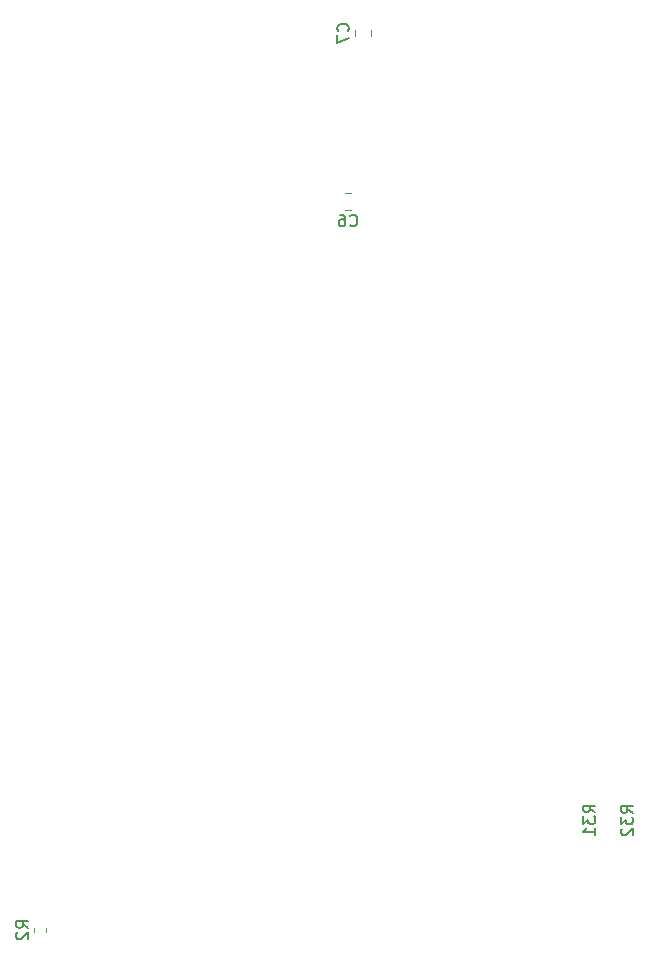
<source format=gbr>
G04 #@! TF.GenerationSoftware,KiCad,Pcbnew,5.1.6-c6e7f7d~87~ubuntu20.04.1*
G04 #@! TF.CreationDate,2020-12-28T10:08:45+02:00*
G04 #@! TF.ProjectId,LED_test_V1.2,4c45445f-7465-4737-945f-56312e322e6b,rev?*
G04 #@! TF.SameCoordinates,Original*
G04 #@! TF.FileFunction,Legend,Bot*
G04 #@! TF.FilePolarity,Positive*
%FSLAX46Y46*%
G04 Gerber Fmt 4.6, Leading zero omitted, Abs format (unit mm)*
G04 Created by KiCad (PCBNEW 5.1.6-c6e7f7d~87~ubuntu20.04.1) date 2020-12-28 10:08:45*
%MOMM*%
%LPD*%
G01*
G04 APERTURE LIST*
%ADD10C,0.120000*%
%ADD11C,0.150000*%
G04 APERTURE END LIST*
D10*
X163763748Y-76415000D02*
X164286252Y-76415000D01*
X163763748Y-77835000D02*
X164286252Y-77835000D01*
X166010000Y-62588748D02*
X166010000Y-63111252D01*
X164590000Y-62588748D02*
X164590000Y-63111252D01*
X137412000Y-138625733D02*
X137412000Y-138968267D01*
X138432000Y-138625733D02*
X138432000Y-138968267D01*
D11*
X188158380Y-128897142D02*
X187682190Y-128563809D01*
X188158380Y-128325714D02*
X187158380Y-128325714D01*
X187158380Y-128706666D01*
X187206000Y-128801904D01*
X187253619Y-128849523D01*
X187348857Y-128897142D01*
X187491714Y-128897142D01*
X187586952Y-128849523D01*
X187634571Y-128801904D01*
X187682190Y-128706666D01*
X187682190Y-128325714D01*
X187158380Y-129230476D02*
X187158380Y-129849523D01*
X187539333Y-129516190D01*
X187539333Y-129659047D01*
X187586952Y-129754285D01*
X187634571Y-129801904D01*
X187729809Y-129849523D01*
X187967904Y-129849523D01*
X188063142Y-129801904D01*
X188110761Y-129754285D01*
X188158380Y-129659047D01*
X188158380Y-129373333D01*
X188110761Y-129278095D01*
X188063142Y-129230476D01*
X187253619Y-130230476D02*
X187206000Y-130278095D01*
X187158380Y-130373333D01*
X187158380Y-130611428D01*
X187206000Y-130706666D01*
X187253619Y-130754285D01*
X187348857Y-130801904D01*
X187444095Y-130801904D01*
X187586952Y-130754285D01*
X188158380Y-130182857D01*
X188158380Y-130801904D01*
X184952380Y-128857142D02*
X184476190Y-128523809D01*
X184952380Y-128285714D02*
X183952380Y-128285714D01*
X183952380Y-128666666D01*
X184000000Y-128761904D01*
X184047619Y-128809523D01*
X184142857Y-128857142D01*
X184285714Y-128857142D01*
X184380952Y-128809523D01*
X184428571Y-128761904D01*
X184476190Y-128666666D01*
X184476190Y-128285714D01*
X183952380Y-129190476D02*
X183952380Y-129809523D01*
X184333333Y-129476190D01*
X184333333Y-129619047D01*
X184380952Y-129714285D01*
X184428571Y-129761904D01*
X184523809Y-129809523D01*
X184761904Y-129809523D01*
X184857142Y-129761904D01*
X184904761Y-129714285D01*
X184952380Y-129619047D01*
X184952380Y-129333333D01*
X184904761Y-129238095D01*
X184857142Y-129190476D01*
X184952380Y-130761904D02*
X184952380Y-130190476D01*
X184952380Y-130476190D02*
X183952380Y-130476190D01*
X184095238Y-130380952D01*
X184190476Y-130285714D01*
X184238095Y-130190476D01*
X164191666Y-79132142D02*
X164239285Y-79179761D01*
X164382142Y-79227380D01*
X164477380Y-79227380D01*
X164620238Y-79179761D01*
X164715476Y-79084523D01*
X164763095Y-78989285D01*
X164810714Y-78798809D01*
X164810714Y-78655952D01*
X164763095Y-78465476D01*
X164715476Y-78370238D01*
X164620238Y-78275000D01*
X164477380Y-78227380D01*
X164382142Y-78227380D01*
X164239285Y-78275000D01*
X164191666Y-78322619D01*
X163334523Y-78227380D02*
X163525000Y-78227380D01*
X163620238Y-78275000D01*
X163667857Y-78322619D01*
X163763095Y-78465476D01*
X163810714Y-78655952D01*
X163810714Y-79036904D01*
X163763095Y-79132142D01*
X163715476Y-79179761D01*
X163620238Y-79227380D01*
X163429761Y-79227380D01*
X163334523Y-79179761D01*
X163286904Y-79132142D01*
X163239285Y-79036904D01*
X163239285Y-78798809D01*
X163286904Y-78703571D01*
X163334523Y-78655952D01*
X163429761Y-78608333D01*
X163620238Y-78608333D01*
X163715476Y-78655952D01*
X163763095Y-78703571D01*
X163810714Y-78798809D01*
X164007142Y-62683333D02*
X164054761Y-62635714D01*
X164102380Y-62492857D01*
X164102380Y-62397619D01*
X164054761Y-62254761D01*
X163959523Y-62159523D01*
X163864285Y-62111904D01*
X163673809Y-62064285D01*
X163530952Y-62064285D01*
X163340476Y-62111904D01*
X163245238Y-62159523D01*
X163150000Y-62254761D01*
X163102380Y-62397619D01*
X163102380Y-62492857D01*
X163150000Y-62635714D01*
X163197619Y-62683333D01*
X163102380Y-63016666D02*
X163102380Y-63683333D01*
X164102380Y-63254761D01*
X136944380Y-138630333D02*
X136468190Y-138297000D01*
X136944380Y-138058904D02*
X135944380Y-138058904D01*
X135944380Y-138439857D01*
X135992000Y-138535095D01*
X136039619Y-138582714D01*
X136134857Y-138630333D01*
X136277714Y-138630333D01*
X136372952Y-138582714D01*
X136420571Y-138535095D01*
X136468190Y-138439857D01*
X136468190Y-138058904D01*
X136039619Y-139011285D02*
X135992000Y-139058904D01*
X135944380Y-139154142D01*
X135944380Y-139392238D01*
X135992000Y-139487476D01*
X136039619Y-139535095D01*
X136134857Y-139582714D01*
X136230095Y-139582714D01*
X136372952Y-139535095D01*
X136944380Y-138963666D01*
X136944380Y-139582714D01*
M02*

</source>
